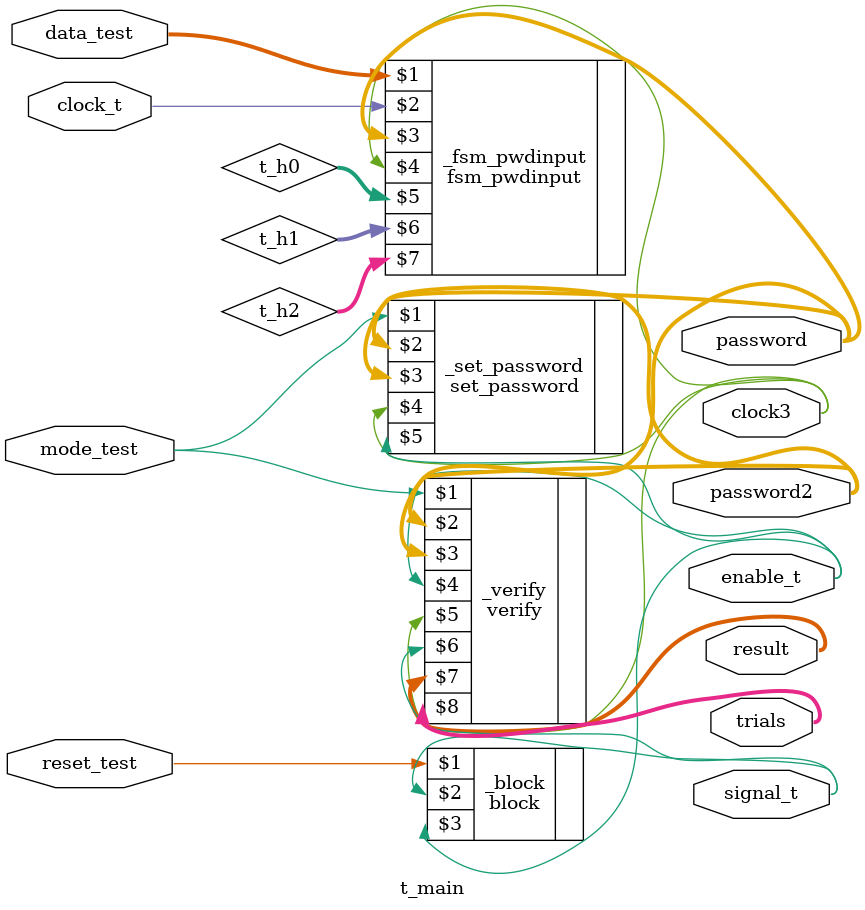
<source format=v>
module t_main(password,
result,
data_test,
mode_test,
reset_test,
enable_t,
signal_t,
clock_t,
password2,
clock3,
trials);
input mode_test,reset_test,clock_t;
input [3:0]data_test;
output[11:0] password; //ng dung nhap
output enable_t,signal_t;
output clock3;
output[1:0] result, trials;
output[11:0] password2; //pass dung' de verify
wire [6:0] t_h0, t_h1, t_h2;

fsm_pwdinput _fsm_pwdinput(data_test,clock_t,password,clock3,t_h0,t_h1,t_h2);

verify _verify(mode_test, password2, password, enable_t, clock3, signal_t, result,trials);

block _block(reset_test, signal_t, enable_t);

set_password _set_password (mode_test, password, password2, clock3,enable_t);
//clock_t la key0
// mode_test la key1
// reset la key2
endmodule





</source>
